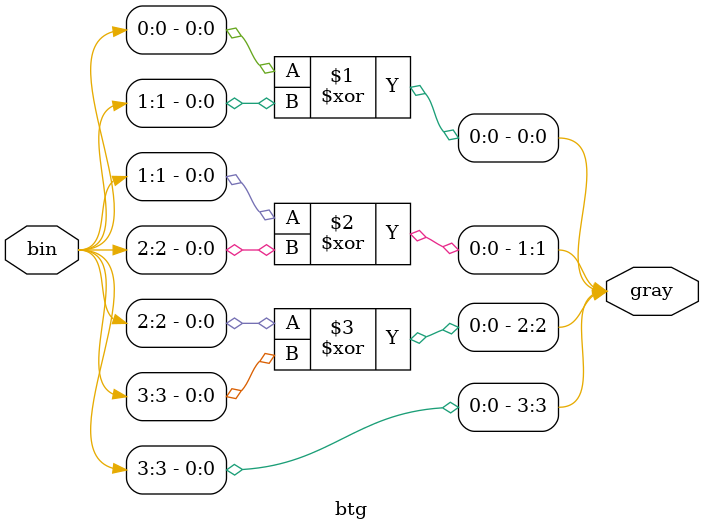
<source format=v>
module btg #(
    parameter N = 4
)(
    input [N-1:0] bin,
    output [N-1:0] gray
);
    assign gray[N-1] = bin[N-1]; 
    genvar i;
    generate
        for(i=0;i<N-1;i=i+1) begin
            assign gray[i] = bin[i] ^ bin[i+1];
        end
    endgenerate
endmodule 
</source>
